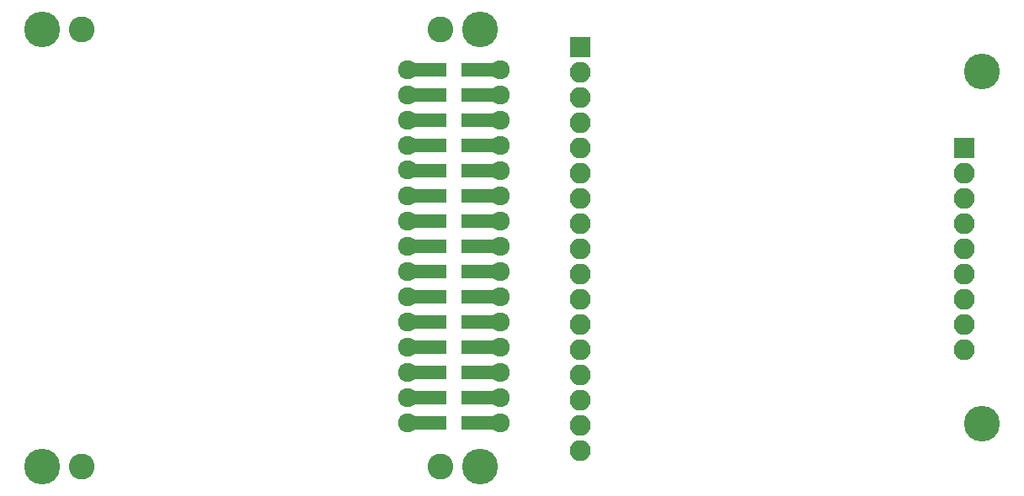
<source format=gbr>
G04 #@! TF.GenerationSoftware,KiCad,Pcbnew,5.0.0-rc3-6a2723a~65~ubuntu17.10.1*
G04 #@! TF.CreationDate,2018-07-07T11:57:14+09:00*
G04 #@! TF.ProjectId,M5StackSideBB,4D35537461636B5369646542422E6B69,rev?*
G04 #@! TF.SameCoordinates,Original*
G04 #@! TF.FileFunction,Soldermask,Top*
G04 #@! TF.FilePolarity,Negative*
%FSLAX46Y46*%
G04 Gerber Fmt 4.6, Leading zero omitted, Abs format (unit mm)*
G04 Created by KiCad (PCBNEW 5.0.0-rc3-6a2723a~65~ubuntu17.10.1) date Sat Jul  7 11:57:14 2018*
%MOMM*%
%LPD*%
G01*
G04 APERTURE LIST*
%ADD10C,1.924000*%
%ADD11R,3.550000X1.400000*%
%ADD12C,3.600000*%
%ADD13C,2.600000*%
%ADD14R,2.100000X2.100000*%
%ADD15O,2.100000X2.100000*%
G04 APERTURE END LIST*
D10*
G04 #@! TO.C,J4*
X149054000Y-92608400D03*
X149054000Y-90078400D03*
X149054000Y-87518400D03*
X149054000Y-84988400D03*
X149054000Y-82438400D03*
X149054000Y-79898400D03*
X149054000Y-77358400D03*
X149054000Y-74838400D03*
X149054000Y-72278400D03*
X149054000Y-69748400D03*
X149054000Y-67198400D03*
X149054000Y-64658400D03*
X149054000Y-62138400D03*
X149054000Y-59608400D03*
X149054000Y-57048400D03*
X139694000Y-92628400D03*
X139694000Y-90048400D03*
X139694000Y-87528400D03*
X139694000Y-84998400D03*
X139694000Y-82428400D03*
X139694000Y-79888400D03*
X139694000Y-77358400D03*
X139694000Y-74838400D03*
X139694000Y-72268400D03*
X139694000Y-69758400D03*
X139694000Y-67178400D03*
X139694000Y-64648400D03*
X139694000Y-62138400D03*
X139694000Y-59578400D03*
X139694000Y-57048400D03*
D11*
X146899000Y-92608400D03*
X141849000Y-92608400D03*
X146899000Y-90068400D03*
X141849000Y-90068400D03*
X146899000Y-87528400D03*
X141849000Y-87528400D03*
X146899000Y-84988400D03*
X141849000Y-84988400D03*
X146899000Y-82448400D03*
X141849000Y-82448400D03*
X146899000Y-79908400D03*
X141849000Y-79908400D03*
X146899000Y-77368400D03*
X141849000Y-77368400D03*
X146899000Y-74828400D03*
X141849000Y-74828400D03*
X146899000Y-72288400D03*
X141849000Y-72288400D03*
X146899000Y-69748400D03*
X141849000Y-69748400D03*
X146899000Y-67208400D03*
X141849000Y-67208400D03*
X146899000Y-64668400D03*
X141849000Y-64668400D03*
X146899000Y-62128400D03*
X141849000Y-62128400D03*
X146899000Y-59588400D03*
X141849000Y-59588400D03*
X146899000Y-57048400D03*
X141849000Y-57048400D03*
G04 #@! TD*
D12*
G04 #@! TO.C,REF1*
X103000000Y-53000000D03*
G04 #@! TD*
G04 #@! TO.C,REF4*
X147000000Y-53000000D03*
G04 #@! TD*
G04 #@! TO.C,REF6*
X103000000Y-97000000D03*
G04 #@! TD*
G04 #@! TO.C,REF9*
X147000000Y-97000000D03*
G04 #@! TD*
D13*
G04 #@! TO.C,REF2*
X107000000Y-53000000D03*
G04 #@! TD*
D14*
G04 #@! TO.C,J1*
X157120000Y-54800000D03*
D15*
X157120000Y-57340000D03*
X157120000Y-59880000D03*
X157120000Y-62420000D03*
X157120000Y-64960000D03*
X157120000Y-67500000D03*
X157120000Y-70040000D03*
X157120000Y-72580000D03*
X157120000Y-75120000D03*
X157120000Y-77660000D03*
X157120000Y-80200000D03*
X157120000Y-82740000D03*
X157120000Y-85280000D03*
X157120000Y-87820000D03*
X157120000Y-90360000D03*
X157120000Y-92900000D03*
X157120000Y-95440000D03*
G04 #@! TD*
D14*
G04 #@! TO.C,J2*
X195720000Y-64960000D03*
D15*
X195720000Y-67500000D03*
X195720000Y-70040000D03*
X195720000Y-72580000D03*
X195720000Y-75120000D03*
X195720000Y-77660000D03*
X195720000Y-80200000D03*
X195720000Y-82740000D03*
X195720000Y-85280000D03*
G04 #@! TD*
D13*
G04 #@! TO.C,REF3*
X143000000Y-53000000D03*
G04 #@! TD*
G04 #@! TO.C,REF7*
X107000000Y-97000000D03*
G04 #@! TD*
G04 #@! TO.C,REF8*
X143000000Y-97000000D03*
G04 #@! TD*
D12*
G04 #@! TO.C,REF5*
X197500000Y-57250000D03*
G04 #@! TD*
G04 #@! TO.C,REF10*
X197500000Y-92750000D03*
G04 #@! TD*
M02*

</source>
